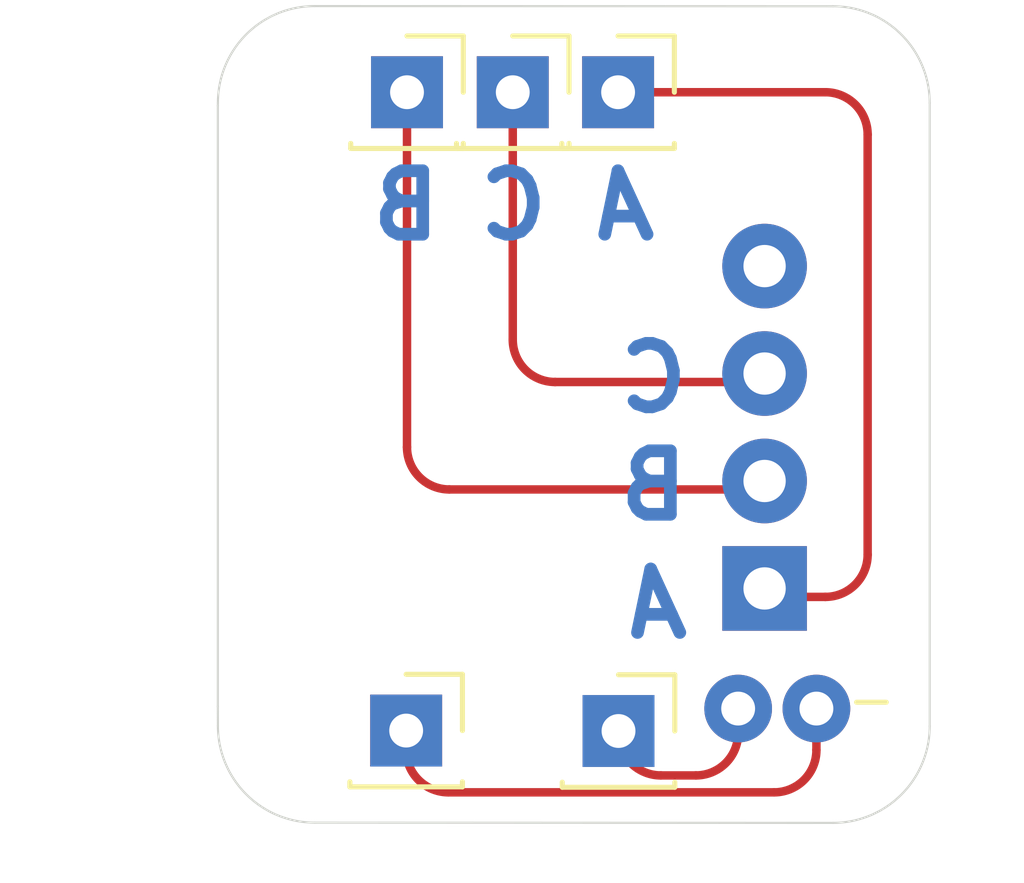
<source format=kicad_pcb>
(kicad_pcb (version 20240108) (generator "pcbnew") (generator_version "8.0")
  (layers (0 "F.Cu" signal) (31 "B.Cu" signal) (34 "B.Paste" user) (35 "F.Paste" user) (36 "B.SilkS" user "B.Silkscreen") (37 "F.SilkS" user "F.Silkscreen") (38 "B.Mask" user) (39 "F.Mask" user) (44 "Edge.Cuts" user))
  (net 0 "")
  (net 1 "Net-(J1-Pin_1)")
  (net 2 "Net-(J2-Pin_1)")
  (net 3 "Net-(J3-Pin_1)")
  (net 4 "Net-(J4-Pin_1)")
  (net 5 "Net-(J5-Pin_1)")
  (footprint "roBa:PinSocket_1x01_P2.54mm_Vertical" (layer "F.Cu") (at 149.95 93.98)
    (property "Reference" "J3" (hide yes))
    (property "Value" "Conn_01x01_MountingPin")
    (fp_line (start -1.33 1.21) (end -1.33 1.33) (stroke (width 0.12)) (layer "F.SilkS"))
    (fp_line (start -1.33 1.33) (end 1.33 1.33) (stroke (width 0.12)) (layer "F.SilkS"))
    (fp_line (start 0 -1.33) (end 1.33 -1.33) (stroke (width 0.12)) (layer "F.SilkS"))
    (fp_line (start 1.33 -1.33) (end 1.33 0) (stroke (width 0.12)) (layer "F.SilkS"))
    (fp_line (start 1.33 1.21) (end 1.33 1.33) (stroke (width 0.12)) (layer "F.SilkS"))
    (pad "1" thru_hole rect (at 0 0) (size 1.7 1.7) (drill 0.8) (layers "*.Cu" "*.Mask") (net 3 "Net-(J3-Pin_1)"))
  )
  (footprint "roBa:PinSocket_1x01_P2.54mm_Vertical" (layer "F.Cu") (at 149.93 109.07)
    (property "Reference" "J4" (hide yes))
    (property "Value" "Conn_01x01_MountingPin")
    (fp_line (start -1.33 1.21) (end -1.33 1.33) (stroke (width 0.12)) (layer "F.SilkS"))
    (fp_line (start -1.33 1.33) (end 1.33 1.33) (stroke (width 0.12)) (layer "F.SilkS"))
    (fp_line (start 0 -1.33) (end 1.33 -1.33) (stroke (width 0.12)) (layer "F.SilkS"))
    (fp_line (start 1.33 -1.33) (end 1.33 0) (stroke (width 0.12)) (layer "F.SilkS"))
    (fp_line (start 1.33 1.21) (end 1.33 1.33) (stroke (width 0.12)) (layer "F.SilkS"))
    (pad "1" thru_hole rect (at 0 0) (size 1.7 1.7) (drill 0.8) (layers "*.Cu" "*.Mask") (net 4 "Net-(J4-Pin_1)"))
  )
  (footprint "roBa:PinSocket_1x01_P2.54mm_Vertical" (layer "F.Cu") (at 152.45 93.98)
    (property "Reference" "J2" (hide yes))
    (property "Value" "Conn_01x01_MountingPin")
    (fp_line (start -1.33 1.21) (end -1.33 1.33) (stroke (width 0.12)) (layer "F.SilkS"))
    (fp_line (start -1.33 1.33) (end 1.33 1.33) (stroke (width 0.12)) (layer "F.SilkS"))
    (fp_line (start 0 -1.33) (end 1.33 -1.33) (stroke (width 0.12)) (layer "F.SilkS"))
    (fp_line (start 1.33 -1.33) (end 1.33 0) (stroke (width 0.12)) (layer "F.SilkS"))
    (fp_line (start 1.33 1.21) (end 1.33 1.33) (stroke (width 0.12)) (layer "F.SilkS"))
    (pad "1" thru_hole rect (at 0 0) (size 1.7 1.7) (drill 0.8) (layers "*.Cu" "*.Mask") (net 2 "Net-(J2-Pin_1)"))
  )
  (footprint "roBa:EVQWGD001" (layer "F.Cu") (at 151.518 101.4 180)
    (property "Reference" "SW1" (hide yes))
    (property "Value" "RotaryEncoder_Switch" (hide yes))
    (fp_line (start -9.76 -7) (end -9.06 -7) (stroke (width 0.12)) (layer "F.SilkS"))
    (fp_line (start 6.04 -7.1) (end 6.04 7.1) (stroke (width 0.05)) (layer "Edge.Cuts"))
    (pad "" np_thru_hole circle (at -6.885 5.8 180) (size 1.7 1.7) (drill 1.7) (layers "*.Cu" "*.Mask"))
    (pad "A" thru_hole rect (at -6.885 -4.31 180) (size 2 2) (drill 1) (layers "*.Cu" "*.Mask") (net 1 "Net-(J1-Pin_1)"))
    (pad "B" thru_hole circle (at -6.885 -1.77 180) (size 2 2) (drill 1) (layers "*.Cu" "*.Mask") (net 3 "Net-(J3-Pin_1)"))
    (pad "C" thru_hole circle (at -6.885 0.77 180) (size 2 2) (drill 1) (layers "*.Cu" "*.Mask") (net 2 "Net-(J2-Pin_1)"))
    (pad "D" thru_hole circle (at -6.885 3.31 180) (size 2 2) (drill 1) (layers "*.Cu" "*.Mask"))
    (pad "S1" thru_hole circle (at -8.11 -7.15 180) (size 1.6 1.6) (drill 0.8) (layers "*.Cu" "*.Mask") (net 4 "Net-(J4-Pin_1)"))
    (pad "S2" thru_hole circle (at -6.26 -7.15 180) (size 1.6 1.6) (drill 0.8) (layers "*.Cu" "*.Mask") (net 5 "Net-(J5-Pin_1)"))
  )
  (footprint "roBa:PinSocket_1x01_P2.54mm_Vertical" (layer "F.Cu") (at 154.94 93.98)
    (property "Reference" "J1" (hide yes))
    (property "Value" "Conn_01x01_MountingPin")
    (fp_line (start -1.33 1.21) (end -1.33 1.33) (stroke (width 0.12)) (layer "F.SilkS"))
    (fp_line (start -1.33 1.33) (end 1.33 1.33) (stroke (width 0.12)) (layer "F.SilkS"))
    (fp_line (start 0 -1.33) (end 1.33 -1.33) (stroke (width 0.12)) (layer "F.SilkS"))
    (fp_line (start 1.33 -1.33) (end 1.33 0) (stroke (width 0.12)) (layer "F.SilkS"))
    (fp_line (start 1.33 1.21) (end 1.33 1.33) (stroke (width 0.12)) (layer "F.SilkS"))
    (pad "1" thru_hole rect (at 0 0) (size 1.7 1.7) (drill 0.8) (layers "*.Cu" "*.Mask") (net 1 "Net-(J1-Pin_1)"))
  )
  (footprint "roBa:PinSocket_1x01_P2.54mm_Vertical" (layer "F.Cu") (at 154.95 109.08)
    (property "Reference" "J5" (hide yes))
    (property "Value" "Conn_01x01_MountingPin")
    (fp_line (start -1.33 1.21) (end -1.33 1.33) (stroke (width 0.12)) (layer "F.SilkS"))
    (fp_line (start -1.33 1.33) (end 1.33 1.33) (stroke (width 0.12)) (layer "F.SilkS"))
    (fp_line (start 0 -1.33) (end 1.33 -1.33) (stroke (width 0.12)) (layer "F.SilkS"))
    (fp_line (start 1.33 -1.33) (end 1.33 0) (stroke (width 0.12)) (layer "F.SilkS"))
    (fp_line (start 1.33 1.21) (end 1.33 1.33) (stroke (width 0.12)) (layer "F.SilkS"))
    (pad "1" thru_hole rect (at 0 0) (size 1.7 1.7) (drill 0.8) (layers "*.Cu" "*.Mask") (net 5 "Net-(J5-Pin_1)"))
  )
  (gr_arc (start 160.02 91.948) (mid 161.636446 92.617554) (end 162.306 94.234) (stroke (width 0.05)) (layer "Edge.Cuts"))
  (gr_line (start 147.766 111.246) (end 160.02 111.252) (stroke (width 0.05)) (layer "Edge.Cuts"))
  (gr_arc (start 162.306 108.966) (mid 161.636446 110.582446) (end 160.02 111.252) (stroke (width 0.05)) (layer "Edge.Cuts"))
  (gr_arc (start 145.48 94.23) (mid 146.149557 92.61357) (end 147.766 91.944) (stroke (width 0.05)) (layer "Edge.Cuts"))
  (gr_line (start 145.478 94.3) (end 145.48 94.23) (stroke (width 0.05)) (layer "Edge.Cuts"))
  (gr_line (start 145.478 108.5) (end 145.48 108.96) (stroke (width 0.05)) (layer "Edge.Cuts"))
  (gr_line (start 162.306 108.966) (end 162.306 94.234) (stroke (width 0.05)) (layer "Edge.Cuts"))
  (gr_line (start 160.02 91.948) (end 147.766 91.944) (stroke (width 0.05)) (layer "Edge.Cuts"))
  (gr_arc (start 147.766 111.246) (mid 146.14954 110.57646) (end 145.48 108.96) (stroke (width 0.05)) (layer "Edge.Cuts"))
  (gr_text "A" (at 155.956 97.536 0) (layer "B.Cu") (effects (font (size 1.5 1.5) (thickness 0.3) (bold yes) (italic yes)) (justify left bottom mirror)))
  (gr_text "B\n" (at 150.876 97.536 0) (layer "B.Cu") (effects (font (size 1.5 1.5) (thickness 0.3) (bold yes)) (justify left bottom mirror)))
  (gr_text "A" (at 156.73 106.95 0) (layer "B.Cu") (effects (font (size 1.5 1.5) (thickness 0.3) (bold yes) (italic yes)) (justify left bottom mirror)))
  (gr_text "C\n" (at 153.416 97.536 0) (layer "B.Cu") (effects (font (size 1.5 1.5) (thickness 0.3) (bold yes)) (justify left bottom mirror)))
  (gr_text "C\n" (at 156.73 101.616 0) (layer "B.Cu") (effects (font (size 1.5 1.5) (thickness 0.3) (bold yes)) (justify left bottom mirror)))
  (gr_text "B\n" (at 156.73 104.156 0) (layer "B.Cu") (effects (font (size 1.5 1.5) (thickness 0.3) (bold yes)) (justify left bottom mirror)))
  (segment (start 159.839 93.98) (end 154.94 93.98) (width 0.2) (layer "F.Cu") (net 1))
  (segment (start 158.403 105.91) (end 159.839 105.91) (width 0.2) (layer "F.Cu") (net 1))
  (segment (start 160.839 104.91) (end 160.839 94.98) (width 0.2) (layer "F.Cu") (net 1))
  (arc (start 159.839 105.91) (mid 160.546107 105.617107) (end 160.839 104.91) (width 0.2) (layer "F.Cu") (net 1))
  (arc (start 160.839 94.98) (mid 160.546107 94.272893) (end 159.839 93.98) (width 0.2) (layer "F.Cu") (net 1))
  (segment (start 153.45 100.83) (end 158.403 100.83) (width 0.2) (layer "F.Cu") (net 2))
  (segment (start 152.45 93.98) (end 152.45 99.83) (width 0.2) (layer "F.Cu") (net 2))
  (arc (start 152.45 99.83) (mid 152.742893 100.537107) (end 153.45 100.83) (width 0.2) (layer "F.Cu") (net 2))
  (segment (start 150.95 103.37) (end 158.403 103.37) (width 0.2) (layer "F.Cu") (net 3))
  (segment (start 149.95 93.98) (end 149.95 102.37) (width 0.2) (layer "F.Cu") (net 3))
  (arc (start 149.95 102.37) (mid 150.242893 103.077107) (end 150.95 103.37) (width 0.2) (layer "F.Cu") (net 3))
  (segment (start 159.628 109.53) (end 159.628 108.75) (width 0.2) (layer "F.Cu") (net 4))
  (segment (start 149.93 108.47) (end 149.93 109.53) (width 0.2) (layer "F.Cu") (net 4))
  (segment (start 150.93 110.53) (end 158.628 110.53) (width 0.2) (layer "F.Cu") (net 4))
  (arc (start 159.628 109.53) (mid 159.335107 110.237107) (end 158.628 110.53) (width 0.2) (layer "F.Cu") (net 4))
  (arc (start 149.93 109.53) (mid 150.222893 110.237107) (end 150.93 110.53) (width 0.2) (layer "F.Cu") (net 4))
  (segment (start 154.95 108.48) (end 154.95 109.13) (width 0.2) (layer "F.Cu") (net 5))
  (segment (start 157.778 109.13) (end 157.778 108.75) (width 0.2) (layer "F.Cu") (net 5))
  (segment (start 155.95 110.13) (end 156.778 110.13) (width 0.2) (layer "F.Cu") (net 5))
  (arc (start 154.95 109.13) (mid 155.242893 109.837107) (end 155.95 110.13) (width 0.2) (layer "F.Cu") (net 5))
  (arc (start 156.778 110.13) (mid 157.485107 109.837107) (end 157.778 109.13) (width 0.2) (layer "F.Cu") (net 5))
)
</source>
